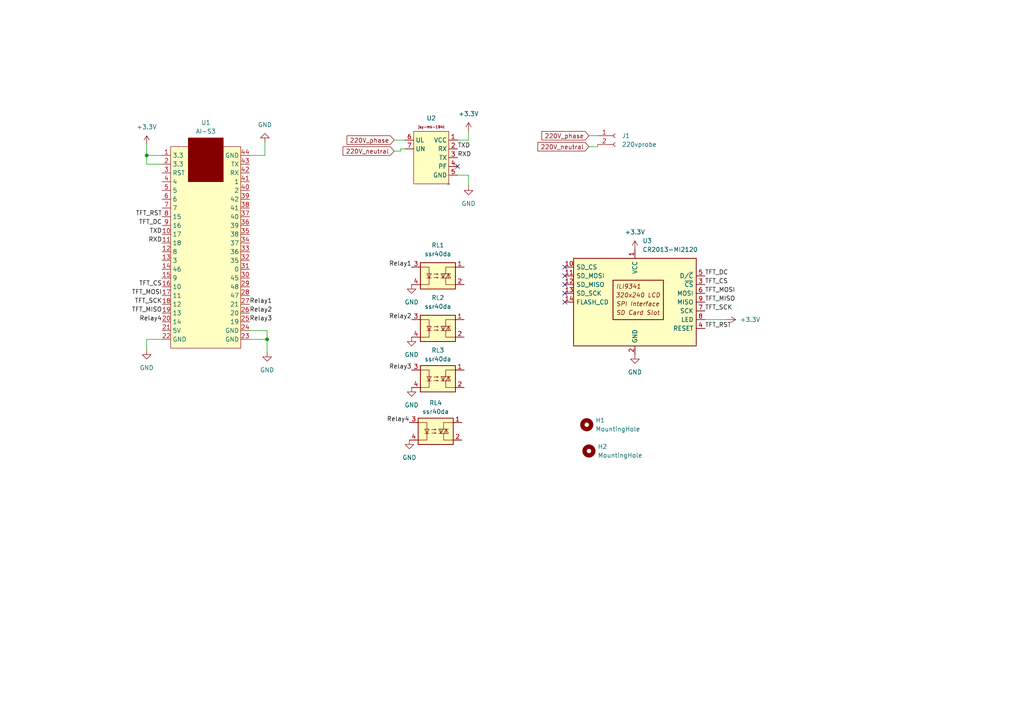
<source format=kicad_sch>
(kicad_sch (version 20230121) (generator eeschema)

  (uuid 36388f1d-99a4-4187-b4e9-973a1c2f8a34)

  (paper "A4")

  (lib_symbols
    (symbol "Connector:Conn_01x02_Socket" (pin_names (offset 1.016) hide) (in_bom yes) (on_board yes)
      (property "Reference" "J" (at 0 2.54 0)
        (effects (font (size 1.27 1.27)))
      )
      (property "Value" "Conn_01x02_Socket" (at 0 -5.08 0)
        (effects (font (size 1.27 1.27)))
      )
      (property "Footprint" "" (at 0 0 0)
        (effects (font (size 1.27 1.27)) hide)
      )
      (property "Datasheet" "~" (at 0 0 0)
        (effects (font (size 1.27 1.27)) hide)
      )
      (property "ki_locked" "" (at 0 0 0)
        (effects (font (size 1.27 1.27)))
      )
      (property "ki_keywords" "connector" (at 0 0 0)
        (effects (font (size 1.27 1.27)) hide)
      )
      (property "ki_description" "Generic connector, single row, 01x02, script generated" (at 0 0 0)
        (effects (font (size 1.27 1.27)) hide)
      )
      (property "ki_fp_filters" "Connector*:*_1x??_*" (at 0 0 0)
        (effects (font (size 1.27 1.27)) hide)
      )
      (symbol "Conn_01x02_Socket_1_1"
        (arc (start 0 -2.032) (mid -0.5058 -2.54) (end 0 -3.048)
          (stroke (width 0.1524) (type default))
          (fill (type none))
        )
        (polyline
          (pts
            (xy -1.27 -2.54)
            (xy -0.508 -2.54)
          )
          (stroke (width 0.1524) (type default))
          (fill (type none))
        )
        (polyline
          (pts
            (xy -1.27 0)
            (xy -0.508 0)
          )
          (stroke (width 0.1524) (type default))
          (fill (type none))
        )
        (arc (start 0 0.508) (mid -0.5058 0) (end 0 -0.508)
          (stroke (width 0.1524) (type default))
          (fill (type none))
        )
        (pin passive line (at -5.08 0 0) (length 3.81)
          (name "Pin_1" (effects (font (size 1.27 1.27))))
          (number "1" (effects (font (size 1.27 1.27))))
        )
        (pin passive line (at -5.08 -2.54 0) (length 3.81)
          (name "Pin_2" (effects (font (size 1.27 1.27))))
          (number "2" (effects (font (size 1.27 1.27))))
        )
      )
    )
    (symbol "Driver_Display:CR2013-MI2120" (pin_names (offset 0.762)) (in_bom yes) (on_board yes)
      (property "Reference" "U" (at -17.526 13.97 0)
        (effects (font (size 1.27 1.27)) (justify left))
      )
      (property "Value" "CR2013-MI2120" (at 1.905 13.97 0)
        (effects (font (size 1.27 1.27)) (justify left))
      )
      (property "Footprint" "Display:CR2013-MI2120" (at 0 -17.78 0)
        (effects (font (size 1.27 1.27)) hide)
      )
      (property "Datasheet" "http://pan.baidu.com/s/11Y990" (at -16.51 12.7 0)
        (effects (font (size 1.27 1.27)) hide)
      )
      (property "ki_keywords" "driver display" (at 0 0 0)
        (effects (font (size 1.27 1.27)) hide)
      )
      (property "ki_description" "ILI9341 controller, SPI TFT LCD Display, 9-pin breakout PCB, 4-pin SD card interface, 5V/3.3V" (at 0 0 0)
        (effects (font (size 1.27 1.27)) hide)
      )
      (property "ki_fp_filters" "*CR2013*MI2120*" (at 0 0 0)
        (effects (font (size 1.27 1.27)) hide)
      )
      (symbol "CR2013-MI2120_0_0"
        (text "320x240 LCD" (at 0.889 2.032 0)
          (effects (font (size 1.27 1.27) italic))
        )
        (text "ILI9341" (at -5.461 4.572 0)
          (effects (font (size 1.27 1.27) italic) (justify left))
        )
        (text "SD Card Slot" (at -5.461 -3.048 0)
          (effects (font (size 1.27 1.27) italic) (justify left))
        )
        (text "SPI Interface" (at -5.461 -0.508 0)
          (effects (font (size 1.27 1.27) italic) (justify left))
        )
      )
      (symbol "CR2013-MI2120_0_1"
        (rectangle (start -17.78 12.7) (end 17.78 -12.7)
          (stroke (width 0.254) (type default))
          (fill (type background))
        )
        (rectangle (start -6.35 6.35) (end 8.255 -5.08)
          (stroke (width 0.254) (type default))
          (fill (type none))
        )
      )
      (symbol "CR2013-MI2120_1_1"
        (pin power_in line (at 0 15.24 270) (length 2.54)
          (name "VCC" (effects (font (size 1.27 1.27))))
          (number "1" (effects (font (size 1.27 1.27))))
        )
        (pin input line (at -20.32 10.16 0) (length 2.54)
          (name "SD_CS" (effects (font (size 1.27 1.27))))
          (number "10" (effects (font (size 1.27 1.27))))
        )
        (pin input line (at -20.32 7.62 0) (length 2.54)
          (name "SD_MOSI" (effects (font (size 1.27 1.27))))
          (number "11" (effects (font (size 1.27 1.27))))
        )
        (pin output line (at -20.32 5.08 0) (length 2.54)
          (name "SD_MISO" (effects (font (size 1.27 1.27))))
          (number "12" (effects (font (size 1.27 1.27))))
        )
        (pin input line (at -20.32 2.54 0) (length 2.54)
          (name "SD_SCK" (effects (font (size 1.27 1.27))))
          (number "13" (effects (font (size 1.27 1.27))))
        )
        (pin input line (at -20.32 0 0) (length 2.54)
          (name "FLASH_CD" (effects (font (size 1.27 1.27))))
          (number "14" (effects (font (size 1.27 1.27))))
        )
        (pin power_in line (at 0 -15.24 90) (length 2.54)
          (name "GND" (effects (font (size 1.27 1.27))))
          (number "2" (effects (font (size 1.27 1.27))))
        )
        (pin input line (at 20.32 5.08 180) (length 2.54)
          (name "~{CS}" (effects (font (size 1.27 1.27))))
          (number "3" (effects (font (size 1.27 1.27))))
        )
        (pin input line (at 20.32 -7.62 180) (length 2.54)
          (name "RESET" (effects (font (size 1.27 1.27))))
          (number "4" (effects (font (size 1.27 1.27))))
        )
        (pin input line (at 20.32 7.62 180) (length 2.54)
          (name "D/~{C}" (effects (font (size 1.27 1.27))))
          (number "5" (effects (font (size 1.27 1.27))))
        )
        (pin input line (at 20.32 2.54 180) (length 2.54)
          (name "MOSI" (effects (font (size 1.27 1.27))))
          (number "6" (effects (font (size 1.27 1.27))))
        )
        (pin input line (at 20.32 -2.54 180) (length 2.54)
          (name "SCK" (effects (font (size 1.27 1.27))))
          (number "7" (effects (font (size 1.27 1.27))))
        )
        (pin input line (at 20.32 -5.08 180) (length 2.54)
          (name "LED" (effects (font (size 1.27 1.27))))
          (number "8" (effects (font (size 1.27 1.27))))
        )
        (pin output line (at 20.32 0 180) (length 2.54)
          (name "MISO" (effects (font (size 1.27 1.27))))
          (number "9" (effects (font (size 1.27 1.27))))
        )
      )
    )
    (symbol "Mechanical:MountingHole" (pin_names (offset 1.016)) (in_bom yes) (on_board yes)
      (property "Reference" "H" (at 0 5.08 0)
        (effects (font (size 1.27 1.27)))
      )
      (property "Value" "MountingHole" (at 0 3.175 0)
        (effects (font (size 1.27 1.27)))
      )
      (property "Footprint" "" (at 0 0 0)
        (effects (font (size 1.27 1.27)) hide)
      )
      (property "Datasheet" "~" (at 0 0 0)
        (effects (font (size 1.27 1.27)) hide)
      )
      (property "ki_keywords" "mounting hole" (at 0 0 0)
        (effects (font (size 1.27 1.27)) hide)
      )
      (property "ki_description" "Mounting Hole without connection" (at 0 0 0)
        (effects (font (size 1.27 1.27)) hide)
      )
      (property "ki_fp_filters" "MountingHole*" (at 0 0 0)
        (effects (font (size 1.27 1.27)) hide)
      )
      (symbol "MountingHole_0_1"
        (circle (center 0 0) (radius 1.27)
          (stroke (width 1.27) (type default))
          (fill (type none))
        )
      )
    )
    (symbol "Relay_SolidState:S212S01" (in_bom yes) (on_board yes)
      (property "Reference" "U" (at -5.08 5.08 0)
        (effects (font (size 1.27 1.27)) (justify left))
      )
      (property "Value" "S212S01" (at 0 5.08 0)
        (effects (font (size 1.27 1.27)) (justify left))
      )
      (property "Footprint" "Package_SIP:SIP4_Sharp-SSR_P7.62mm_Straight" (at -5.08 -5.08 0)
        (effects (font (size 1.27 1.27) italic) (justify left) hide)
      )
      (property "Datasheet" "http://www.sharp-world.com/products/device/lineup/data/pdf/datasheet/s112s01_e.pdf" (at 0 0 0)
        (effects (font (size 1.27 1.27)) (justify left) hide)
      )
      (property "ki_keywords" "Opto-Triac Opto Triac Random Phase Solid State Relays" (at 0 0 0)
        (effects (font (size 1.27 1.27)) hide)
      )
      (property "ki_description" "Random Phase Opto-Triac, Vdrm 600V, Ift 8mA, IT 12A" (at 0 0 0)
        (effects (font (size 1.27 1.27)) hide)
      )
      (property "ki_fp_filters" "SIP4*Sharp*SSR*P7.62mm*" (at 0 0 0)
        (effects (font (size 1.27 1.27)) hide)
      )
      (symbol "S212S01_0_1"
        (rectangle (start -5.08 3.81) (end 5.08 -3.81)
          (stroke (width 0.254) (type default))
          (fill (type background))
        )
        (polyline
          (pts
            (xy -3.175 -0.635)
            (xy -1.905 -0.635)
          )
          (stroke (width 0) (type default))
          (fill (type none))
        )
        (polyline
          (pts
            (xy 1.524 -0.635)
            (xy 1.524 0.635)
          )
          (stroke (width 0) (type default))
          (fill (type none))
        )
        (polyline
          (pts
            (xy 3.048 0.635)
            (xy 3.048 -0.635)
          )
          (stroke (width 0) (type default))
          (fill (type none))
        )
        (polyline
          (pts
            (xy 2.286 -0.635)
            (xy 2.286 -2.54)
            (xy 5.08 -2.54)
          )
          (stroke (width 0) (type default))
          (fill (type none))
        )
        (polyline
          (pts
            (xy 2.286 0.635)
            (xy 2.286 2.54)
            (xy 5.08 2.54)
          )
          (stroke (width 0) (type default))
          (fill (type none))
        )
        (polyline
          (pts
            (xy -5.08 2.54)
            (xy -2.54 2.54)
            (xy -2.54 -2.54)
            (xy -5.08 -2.54)
          )
          (stroke (width 0) (type default))
          (fill (type none))
        )
        (polyline
          (pts
            (xy -2.54 -0.635)
            (xy -3.175 0.635)
            (xy -1.905 0.635)
            (xy -2.54 -0.635)
          )
          (stroke (width 0) (type default))
          (fill (type none))
        )
        (polyline
          (pts
            (xy 0.889 -0.635)
            (xy 3.683 -0.635)
            (xy 3.048 0.635)
            (xy 2.413 -0.635)
          )
          (stroke (width 0) (type default))
          (fill (type none))
        )
        (polyline
          (pts
            (xy 3.683 0.635)
            (xy 0.889 0.635)
            (xy 1.524 -0.635)
            (xy 2.159 0.635)
          )
          (stroke (width 0) (type default))
          (fill (type none))
        )
        (polyline
          (pts
            (xy -1.143 -0.508)
            (xy 0.127 -0.508)
            (xy -0.254 -0.635)
            (xy -0.254 -0.381)
            (xy 0.127 -0.508)
          )
          (stroke (width 0) (type default))
          (fill (type none))
        )
        (polyline
          (pts
            (xy -1.143 0.508)
            (xy 0.127 0.508)
            (xy -0.254 0.381)
            (xy -0.254 0.635)
            (xy 0.127 0.508)
          )
          (stroke (width 0) (type default))
          (fill (type none))
        )
      )
      (symbol "S212S01_1_1"
        (pin passive line (at 7.62 2.54 180) (length 2.54)
          (name "~" (effects (font (size 1.27 1.27))))
          (number "1" (effects (font (size 1.27 1.27))))
        )
        (pin passive line (at 7.62 -2.54 180) (length 2.54)
          (name "~" (effects (font (size 1.27 1.27))))
          (number "2" (effects (font (size 1.27 1.27))))
        )
        (pin passive line (at -7.62 2.54 0) (length 2.54)
          (name "~" (effects (font (size 1.27 1.27))))
          (number "3" (effects (font (size 1.27 1.27))))
        )
        (pin passive line (at -7.62 -2.54 0) (length 2.54)
          (name "~" (effects (font (size 1.27 1.27))))
          (number "4" (effects (font (size 1.27 1.27))))
        )
      )
    )
    (symbol "power:+3.3V" (power) (pin_names (offset 0)) (in_bom yes) (on_board yes)
      (property "Reference" "#PWR" (at 0 -3.81 0)
        (effects (font (size 1.27 1.27)) hide)
      )
      (property "Value" "+3.3V" (at 0 3.556 0)
        (effects (font (size 1.27 1.27)))
      )
      (property "Footprint" "" (at 0 0 0)
        (effects (font (size 1.27 1.27)) hide)
      )
      (property "Datasheet" "" (at 0 0 0)
        (effects (font (size 1.27 1.27)) hide)
      )
      (property "ki_keywords" "global power" (at 0 0 0)
        (effects (font (size 1.27 1.27)) hide)
      )
      (property "ki_description" "Power symbol creates a global label with name \"+3.3V\"" (at 0 0 0)
        (effects (font (size 1.27 1.27)) hide)
      )
      (symbol "+3.3V_0_1"
        (polyline
          (pts
            (xy -0.762 1.27)
            (xy 0 2.54)
          )
          (stroke (width 0) (type default))
          (fill (type none))
        )
        (polyline
          (pts
            (xy 0 0)
            (xy 0 2.54)
          )
          (stroke (width 0) (type default))
          (fill (type none))
        )
        (polyline
          (pts
            (xy 0 2.54)
            (xy 0.762 1.27)
          )
          (stroke (width 0) (type default))
          (fill (type none))
        )
      )
      (symbol "+3.3V_1_1"
        (pin power_in line (at 0 0 90) (length 0) hide
          (name "+3.3V" (effects (font (size 1.27 1.27))))
          (number "1" (effects (font (size 1.27 1.27))))
        )
      )
    )
    (symbol "power:GND" (power) (pin_names (offset 0)) (in_bom yes) (on_board yes)
      (property "Reference" "#PWR" (at 0 -6.35 0)
        (effects (font (size 1.27 1.27)) hide)
      )
      (property "Value" "GND" (at 0 -3.81 0)
        (effects (font (size 1.27 1.27)))
      )
      (property "Footprint" "" (at 0 0 0)
        (effects (font (size 1.27 1.27)) hide)
      )
      (property "Datasheet" "" (at 0 0 0)
        (effects (font (size 1.27 1.27)) hide)
      )
      (property "ki_keywords" "global power" (at 0 0 0)
        (effects (font (size 1.27 1.27)) hide)
      )
      (property "ki_description" "Power symbol creates a global label with name \"GND\" , ground" (at 0 0 0)
        (effects (font (size 1.27 1.27)) hide)
      )
      (symbol "GND_0_1"
        (polyline
          (pts
            (xy 0 0)
            (xy 0 -1.27)
            (xy 1.27 -1.27)
            (xy 0 -2.54)
            (xy -1.27 -1.27)
            (xy 0 -1.27)
          )
          (stroke (width 0) (type default))
          (fill (type none))
        )
      )
      (symbol "GND_1_1"
        (pin power_in line (at 0 0 270) (length 0) hide
          (name "GND" (effects (font (size 1.27 1.27))))
          (number "1" (effects (font (size 1.27 1.27))))
        )
      )
    )
    (symbol "ssr25da:AI-S3" (in_bom yes) (on_board yes)
      (property "Reference" "U1" (at 10.16 68.58 0)
        (effects (font (size 1.27 1.27)))
      )
      (property "Value" "AI-S3" (at 10.16 66.04 0)
        (effects (font (size 1.27 1.27)))
      )
      (property "Footprint" "ai-s3:AI-S3" (at 0 0 0)
        (effects (font (size 1.27 1.27)) hide)
      )
      (property "Datasheet" "" (at 0 0 0)
        (effects (font (size 1.27 1.27)) hide)
      )
      (symbol "AI-S3_0_1"
        (rectangle (start 0 60.96) (end 20.32 2.54)
          (stroke (width 0) (type default))
          (fill (type background))
        )
        (rectangle (start 5.08 60.96) (end 15.24 50.8)
          (stroke (width 0) (type default))
          (fill (type outline))
        )
        (rectangle (start 5.08 60.96) (end 15.24 63.5)
          (stroke (width 0) (type default))
          (fill (type outline))
        )
      )
      (symbol "AI-S3_1_1"
        (pin power_in line (at -2.54 58.42 0) (length 2.54)
          (name "3.3" (effects (font (size 1.27 1.27))))
          (number "1" (effects (font (size 1.27 1.27))))
        )
        (pin bidirectional line (at -2.54 35.56 0) (length 2.54)
          (name "17" (effects (font (size 1.27 1.27))))
          (number "10" (effects (font (size 1.27 1.27))))
        )
        (pin bidirectional line (at -2.54 33.02 0) (length 2.54)
          (name "18" (effects (font (size 1.27 1.27))))
          (number "11" (effects (font (size 1.27 1.27))))
        )
        (pin bidirectional line (at -2.54 30.48 0) (length 2.54)
          (name "8" (effects (font (size 1.27 1.27))))
          (number "12" (effects (font (size 1.27 1.27))))
        )
        (pin bidirectional line (at -2.54 27.94 0) (length 2.54)
          (name "3" (effects (font (size 1.27 1.27))))
          (number "13" (effects (font (size 1.27 1.27))))
        )
        (pin bidirectional line (at -2.54 25.4 0) (length 2.54)
          (name "46" (effects (font (size 1.27 1.27))))
          (number "14" (effects (font (size 1.27 1.27))))
        )
        (pin bidirectional line (at -2.54 22.86 0) (length 2.54)
          (name "9" (effects (font (size 1.27 1.27))))
          (number "15" (effects (font (size 1.27 1.27))))
        )
        (pin bidirectional line (at -2.54 20.32 0) (length 2.54)
          (name "10" (effects (font (size 1.27 1.27))))
          (number "16" (effects (font (size 1.27 1.27))))
        )
        (pin bidirectional line (at -2.54 17.78 0) (length 2.54)
          (name "11" (effects (font (size 1.27 1.27))))
          (number "17" (effects (font (size 1.27 1.27))))
        )
        (pin bidirectional line (at -2.54 15.24 0) (length 2.54)
          (name "12" (effects (font (size 1.27 1.27))))
          (number "18" (effects (font (size 1.27 1.27))))
        )
        (pin bidirectional line (at -2.54 12.7 0) (length 2.54)
          (name "13" (effects (font (size 1.27 1.27))))
          (number "19" (effects (font (size 1.27 1.27))))
        )
        (pin power_in line (at -2.54 55.88 0) (length 2.54)
          (name "3.3" (effects (font (size 1.27 1.27))))
          (number "2" (effects (font (size 1.27 1.27))))
        )
        (pin bidirectional line (at -2.54 10.16 0) (length 2.54)
          (name "14" (effects (font (size 1.27 1.27))))
          (number "20" (effects (font (size 1.27 1.27))))
        )
        (pin power_in line (at -2.54 7.62 0) (length 2.54)
          (name "5V" (effects (font (size 1.27 1.27))))
          (number "21" (effects (font (size 1.27 1.27))))
        )
        (pin power_in line (at -2.54 5.08 0) (length 2.54)
          (name "GND" (effects (font (size 1.27 1.27))))
          (number "22" (effects (font (size 1.27 1.27))))
        )
        (pin power_in line (at 22.86 5.08 180) (length 2.54)
          (name "GND" (effects (font (size 1.27 1.27))))
          (number "23" (effects (font (size 1.27 1.27))))
        )
        (pin power_in line (at 22.86 7.62 180) (length 2.54)
          (name "GND" (effects (font (size 1.27 1.27))))
          (number "24" (effects (font (size 1.27 1.27))))
        )
        (pin bidirectional line (at 22.86 10.16 180) (length 2.54)
          (name "19" (effects (font (size 1.27 1.27))))
          (number "25" (effects (font (size 1.27 1.27))))
        )
        (pin bidirectional line (at 22.86 12.7 180) (length 2.54)
          (name "20" (effects (font (size 1.27 1.27))))
          (number "26" (effects (font (size 1.27 1.27))))
        )
        (pin bidirectional line (at 22.86 15.24 180) (length 2.54)
          (name "21" (effects (font (size 1.27 1.27))))
          (number "27" (effects (font (size 1.27 1.27))))
        )
        (pin bidirectional line (at 22.86 17.78 180) (length 2.54)
          (name "47" (effects (font (size 1.27 1.27))))
          (number "28" (effects (font (size 1.27 1.27))))
        )
        (pin bidirectional line (at 22.86 20.32 180) (length 2.54)
          (name "48" (effects (font (size 1.27 1.27))))
          (number "29" (effects (font (size 1.27 1.27))))
        )
        (pin bidirectional line (at -2.54 53.34 0) (length 2.54)
          (name "RST" (effects (font (size 1.27 1.27))))
          (number "3" (effects (font (size 1.27 1.27))))
        )
        (pin bidirectional line (at 22.86 22.86 180) (length 2.54)
          (name "45" (effects (font (size 1.27 1.27))))
          (number "30" (effects (font (size 1.27 1.27))))
        )
        (pin bidirectional line (at 22.86 25.4 180) (length 2.54)
          (name "0" (effects (font (size 1.27 1.27))))
          (number "31" (effects (font (size 1.27 1.27))))
        )
        (pin bidirectional line (at 22.86 27.94 180) (length 2.54)
          (name "35" (effects (font (size 1.27 1.27))))
          (number "32" (effects (font (size 1.27 1.27))))
        )
        (pin bidirectional line (at 22.86 30.48 180) (length 2.54)
          (name "36" (effects (font (size 1.27 1.27))))
          (number "33" (effects (font (size 1.27 1.27))))
        )
        (pin bidirectional line (at 22.86 33.02 180) (length 2.54)
          (name "37" (effects (font (size 1.27 1.27))))
          (number "34" (effects (font (size 1.27 1.27))))
        )
        (pin bidirectional line (at 22.86 35.56 180) (length 2.54)
          (name "38" (effects (font (size 1.27 1.27))))
          (number "35" (effects (font (size 1.27 1.27))))
        )
        (pin bidirectional line (at 22.86 38.1 180) (length 2.54)
          (name "39" (effects (font (size 1.27 1.27))))
          (number "36" (effects (font (size 1.27 1.27))))
        )
        (pin bidirectional line (at 22.86 40.64 180) (length 2.54)
          (name "40" (effects (font (size 1.27 1.27))))
          (number "37" (effects (font (size 1.27 1.27))))
        )
        (pin bidirectional line (at 22.86 43.18 180) (length 2.54)
          (name "41" (effects (font (size 1.27 1.27))))
          (number "38" (effects (font (size 1.27 1.27))))
        )
        (pin bidirectional line (at 22.86 45.72 180) (length 2.54)
          (name "42" (effects (font (size 1.27 1.27))))
          (number "39" (effects (font (size 1.27 1.27))))
        )
        (pin bidirectional line (at -2.54 50.8 0) (length 2.54)
          (name "4" (effects (font (size 1.27 1.27))))
          (number "4" (effects (font (size 1.27 1.27))))
        )
        (pin bidirectional line (at 22.86 48.26 180) (length 2.54)
          (name "2" (effects (font (size 1.27 1.27))))
          (number "40" (effects (font (size 1.27 1.27))))
        )
        (pin bidirectional line (at 22.86 50.8 180) (length 2.54)
          (name "1" (effects (font (size 1.27 1.27))))
          (number "41" (effects (font (size 1.27 1.27))))
        )
        (pin bidirectional line (at 22.86 53.34 180) (length 2.54)
          (name "RX" (effects (font (size 1.27 1.27))))
          (number "42" (effects (font (size 1.27 1.27))))
        )
        (pin bidirectional line (at 22.86 55.88 180) (length 2.54)
          (name "TX" (effects (font (size 1.27 1.27))))
          (number "43" (effects (font (size 1.27 1.27))))
        )
        (pin power_in line (at 22.86 58.42 180) (length 2.54)
          (name "GND" (effects (font (size 1.27 1.27))))
          (number "44" (effects (font (size 1.27 1.27))))
        )
        (pin bidirectional line (at -2.54 48.26 0) (length 2.54)
          (name "5" (effects (font (size 1.27 1.27))))
          (number "5" (effects (font (size 1.27 1.27))))
        )
        (pin bidirectional line (at -2.54 45.72 0) (length 2.54)
          (name "6" (effects (font (size 1.27 1.27))))
          (number "6" (effects (font (size 1.27 1.27))))
        )
        (pin bidirectional line (at -2.54 43.18 0) (length 2.54)
          (name "7" (effects (font (size 1.27 1.27))))
          (number "7" (effects (font (size 1.27 1.27))))
        )
        (pin bidirectional line (at -2.54 40.64 0) (length 2.54)
          (name "15" (effects (font (size 1.27 1.27))))
          (number "8" (effects (font (size 1.27 1.27))))
        )
        (pin bidirectional line (at -2.54 38.1 0) (length 2.54)
          (name "16" (effects (font (size 1.27 1.27))))
          (number "9" (effects (font (size 1.27 1.27))))
        )
      )
    )
    (symbol "ssr25da:jsy-mk-194t" (in_bom yes) (on_board yes)
      (property "Reference" "U" (at -8.89 -1.27 0)
        (effects (font (size 1.27 1.27)))
      )
      (property "Value" "" (at 0 0 0)
        (effects (font (size 1.27 1.27)))
      )
      (property "Footprint" "" (at 0 0 0)
        (effects (font (size 1.27 1.27)) hide)
      )
      (property "Datasheet" "" (at 0 0 0)
        (effects (font (size 1.27 1.27)) hide)
      )
      (symbol "jsy-mk-194t_1_1"
        (rectangle (start -10.16 15.24) (end 0 0)
          (stroke (width 0) (type default))
          (fill (type background))
        )
        (text "jsy-mk-194t" (at -5.08 16.51 0)
          (effects (font (size 0.75 0.75)))
        )
        (pin power_in line (at 2.54 12.7 180) (length 2.54)
          (name "VCC" (effects (font (size 1.27 1.27))))
          (number "1" (effects (font (size 1.27 1.27))))
        )
        (pin input line (at 2.54 10.16 180) (length 2.54)
          (name "RX" (effects (font (size 1.27 1.27))))
          (number "2" (effects (font (size 1.27 1.27))))
        )
        (pin output line (at 2.54 7.62 180) (length 2.54)
          (name "TX" (effects (font (size 1.27 1.27))))
          (number "3" (effects (font (size 1.27 1.27))))
        )
        (pin bidirectional line (at 2.54 5.08 180) (length 2.54)
          (name "PF" (effects (font (size 1.27 1.27))))
          (number "4" (effects (font (size 1.27 1.27))))
        )
        (pin power_in line (at 2.54 2.54 180) (length 2.54)
          (name "GND" (effects (font (size 1.27 1.27))))
          (number "5" (effects (font (size 1.27 1.27))))
        )
        (pin power_in line (at -12.7 12.7 0) (length 2.54)
          (name "UL" (effects (font (size 1.27 1.27))))
          (number "6" (effects (font (size 1.27 1.27))))
        )
        (pin power_in line (at -12.7 10.16 0) (length 2.54)
          (name "UN" (effects (font (size 1.27 1.27))))
          (number "7" (effects (font (size 1.27 1.27))))
        )
      )
    )
  )

  (junction (at 77.47 98.425) (diameter 0) (color 0 0 0 0)
    (uuid 513ab3fa-98c0-4ffc-96b6-35aa65ddf2a6)
  )
  (junction (at 42.545 45.085) (diameter 0) (color 0 0 0 0)
    (uuid 69450b6c-1cdf-45b5-a059-478685efe0f6)
  )

  (no_connect (at 163.83 85.09) (uuid 08827d9c-8bd4-4e2a-a89e-117bbf0a9f80))
  (no_connect (at 163.83 77.47) (uuid 20d961fa-665c-40eb-9560-85adca2ff92e))
  (no_connect (at 163.83 82.55) (uuid 22be57bd-b504-4794-b549-e17dd4608f27))
  (no_connect (at 132.715 48.26) (uuid 3c4ab69e-2f09-4c51-837a-9b137119b701))
  (no_connect (at 163.83 87.63) (uuid 54680013-c6ed-4bbe-9c80-e5a9e678f4f7))
  (no_connect (at 163.83 80.01) (uuid 95329e83-b0ca-4a84-8b2c-ddd2b90eab43))

  (wire (pts (xy 77.47 98.425) (xy 72.39 98.425))
    (stroke (width 0) (type default))
    (uuid 0235035c-d0a7-4bc7-9d7f-ed30f81c4272)
  )
  (wire (pts (xy 77.47 102.235) (xy 77.47 98.425))
    (stroke (width 0) (type default))
    (uuid 02867d4d-b24e-4866-a1d5-11f97a22e4e0)
  )
  (wire (pts (xy 135.89 40.64) (xy 135.89 38.1))
    (stroke (width 0) (type default))
    (uuid 0b20416a-0115-4cc1-9f4e-415f8815d958)
  )
  (wire (pts (xy 114.3 43.815) (xy 116.205 43.815))
    (stroke (width 0) (type default))
    (uuid 145c5c8b-d455-4924-acbb-95e36dd48492)
  )
  (wire (pts (xy 170.815 39.37) (xy 173.355 39.37))
    (stroke (width 0) (type default))
    (uuid 17211174-d453-4bac-9374-cb90457522f6)
  )
  (wire (pts (xy 77.47 95.885) (xy 77.47 98.425))
    (stroke (width 0) (type default))
    (uuid 1848a20f-6d4c-47ba-aab5-4afa307db3bf)
  )
  (wire (pts (xy 135.89 50.8) (xy 135.89 53.975))
    (stroke (width 0) (type default))
    (uuid 21c4d133-49ed-4dbd-8185-defc483ae51f)
  )
  (wire (pts (xy 42.545 47.625) (xy 42.545 45.085))
    (stroke (width 0) (type default))
    (uuid 23f6cd47-7e1c-4b96-92a9-565fc527d4a5)
  )
  (wire (pts (xy 173.355 42.545) (xy 173.355 41.91))
    (stroke (width 0) (type default))
    (uuid 2b7a7e88-1c1b-4e69-a34b-c4d8b6343745)
  )
  (wire (pts (xy 132.715 40.64) (xy 135.89 40.64))
    (stroke (width 0) (type default))
    (uuid 36225bd5-f3cd-47f1-9e1d-8ad2ee364474)
  )
  (wire (pts (xy 46.99 45.085) (xy 42.545 45.085))
    (stroke (width 0) (type default))
    (uuid 410b8959-b956-474f-a591-495365ccd1a5)
  )
  (wire (pts (xy 114.3 40.64) (xy 117.475 40.64))
    (stroke (width 0) (type default))
    (uuid 447b2359-29f5-43bc-b3d8-cba554804e0c)
  )
  (wire (pts (xy 72.39 95.885) (xy 77.47 95.885))
    (stroke (width 0) (type default))
    (uuid 4c1fb6ec-3261-4217-b64b-2c8b68c524a1)
  )
  (wire (pts (xy 46.99 47.625) (xy 42.545 47.625))
    (stroke (width 0) (type default))
    (uuid 6d018328-95d3-45f6-833c-58a3ade2a886)
  )
  (wire (pts (xy 42.545 98.425) (xy 46.99 98.425))
    (stroke (width 0) (type default))
    (uuid 6f95f42b-7d2c-4f67-82a0-55cefe7b02dd)
  )
  (wire (pts (xy 170.815 42.545) (xy 173.355 42.545))
    (stroke (width 0) (type default))
    (uuid 91276c90-d52a-4dee-868f-08561b61aa5d)
  )
  (wire (pts (xy 76.835 45.085) (xy 76.835 41.275))
    (stroke (width 0) (type default))
    (uuid a4bffbc6-170f-4671-b60f-3c73a81f05ff)
  )
  (wire (pts (xy 42.545 45.085) (xy 42.545 41.91))
    (stroke (width 0) (type default))
    (uuid a84e7afe-8175-4099-add2-6f5a01d07232)
  )
  (wire (pts (xy 72.39 45.085) (xy 76.835 45.085))
    (stroke (width 0) (type default))
    (uuid c2eef4e0-8192-4b8a-b2a5-799f7390e924)
  )
  (wire (pts (xy 42.545 101.6) (xy 42.545 98.425))
    (stroke (width 0) (type default))
    (uuid cbcfeab2-6b08-47f0-9102-2809eeff093b)
  )
  (wire (pts (xy 117.475 43.18) (xy 116.205 43.18))
    (stroke (width 0) (type default))
    (uuid dccb0bd7-6c92-44cf-8bab-93a8b4bae055)
  )
  (wire (pts (xy 116.205 43.18) (xy 116.205 43.815))
    (stroke (width 0) (type default))
    (uuid ea73f1a9-82b2-425b-85e7-23389bfe5688)
  )
  (wire (pts (xy 132.715 50.8) (xy 135.89 50.8))
    (stroke (width 0) (type default))
    (uuid eae123d1-1f7c-447f-a22d-630cf918cada)
  )
  (wire (pts (xy 204.47 92.71) (xy 210.82 92.71))
    (stroke (width 0) (type default))
    (uuid f1a03522-87de-4925-a794-35994bae1eb7)
  )

  (label "TFT_RST" (at 46.99 62.865 180) (fields_autoplaced)
    (effects (font (size 1.27 1.27)) (justify right bottom))
    (uuid 0ca2f220-3279-4d1e-a83c-8c573a0486ea)
  )
  (label "TFT_DC" (at 204.47 80.01 0) (fields_autoplaced)
    (effects (font (size 1.27 1.27)) (justify left bottom))
    (uuid 0d99de36-94aa-482d-b0fc-bfa506eb9733)
  )
  (label "Relay2" (at 72.39 90.805 0) (fields_autoplaced)
    (effects (font (size 1.27 1.27)) (justify left bottom))
    (uuid 140d969c-d5c7-4183-a032-0ab1fc610799)
  )
  (label "Relay1" (at 119.38 77.47 180) (fields_autoplaced)
    (effects (font (size 1.27 1.27)) (justify right bottom))
    (uuid 18968df2-e9b5-434d-bb1b-412e2713646f)
  )
  (label "TFT_MISO" (at 204.47 87.63 0) (fields_autoplaced)
    (effects (font (size 1.27 1.27)) (justify left bottom))
    (uuid 3325454e-751e-4844-82bc-470e09597e9d)
  )
  (label "TFT_DC" (at 46.99 65.405 180) (fields_autoplaced)
    (effects (font (size 1.27 1.27)) (justify right bottom))
    (uuid 40679469-53df-4e8c-88a8-919da24a40b7)
  )
  (label "TFT_RST" (at 204.47 95.25 0) (fields_autoplaced)
    (effects (font (size 1.27 1.27)) (justify left bottom))
    (uuid 477cc1a7-cd2b-4e44-a1f6-c1404bbf5ead)
  )
  (label "TFT_SCK" (at 204.47 90.17 0) (fields_autoplaced)
    (effects (font (size 1.27 1.27)) (justify left bottom))
    (uuid 4fb0d911-4d05-41b4-8a86-662665ae1d77)
  )
  (label "TFT_CS" (at 46.99 83.185 180) (fields_autoplaced)
    (effects (font (size 1.27 1.27)) (justify right bottom))
    (uuid 53b36506-de67-4f2b-b4ed-69e26cfb0937)
  )
  (label "RXD" (at 132.715 45.72 0) (fields_autoplaced)
    (effects (font (size 1.27 1.27)) (justify left bottom))
    (uuid 577ad844-d94f-4dbd-9d8d-a37634e7490c)
  )
  (label "Relay3" (at 119.38 107.315 180) (fields_autoplaced)
    (effects (font (size 1.27 1.27)) (justify right bottom))
    (uuid 6005ec6b-f6ef-40fd-b998-a4de2430f278)
  )
  (label "TXD" (at 46.99 67.945 180) (fields_autoplaced)
    (effects (font (size 1.27 1.27)) (justify right bottom))
    (uuid 63f02008-e203-454a-96cd-6a87fdf3caf8)
  )
  (label "TFT_MOSI" (at 204.47 85.09 0) (fields_autoplaced)
    (effects (font (size 1.27 1.27)) (justify left bottom))
    (uuid 6563aec6-4f48-41ec-a16b-2b4f06f1cb28)
  )
  (label "Relay2" (at 119.38 92.71 180) (fields_autoplaced)
    (effects (font (size 1.27 1.27)) (justify right bottom))
    (uuid 7e6b3786-7210-4150-aabc-c9881c892c39)
  )
  (label "Relay4" (at 46.99 93.345 180) (fields_autoplaced)
    (effects (font (size 1.27 1.27)) (justify right bottom))
    (uuid 89537a19-d820-4b52-bc4c-f6f685e21b68)
  )
  (label "RXD" (at 46.99 70.485 180) (fields_autoplaced)
    (effects (font (size 1.27 1.27)) (justify right bottom))
    (uuid 89b9ec77-3f10-4f39-a4ac-7cb0c7e9ff24)
  )
  (label "TFT_MOSI" (at 46.99 85.725 180) (fields_autoplaced)
    (effects (font (size 1.27 1.27)) (justify right bottom))
    (uuid 8b280803-b4bd-4e6c-bf54-bb21148a62dc)
  )
  (label "TXD" (at 132.715 43.18 0) (fields_autoplaced)
    (effects (font (size 1.27 1.27)) (justify left bottom))
    (uuid abefdfaf-4f47-4add-8a8a-805cc7e98915)
  )
  (label "Relay4" (at 118.745 122.555 180) (fields_autoplaced)
    (effects (font (size 1.27 1.27)) (justify right bottom))
    (uuid b0b3255c-7a7c-4185-b2b9-d981bd91ad95)
  )
  (label "Relay3" (at 72.39 93.345 0) (fields_autoplaced)
    (effects (font (size 1.27 1.27)) (justify left bottom))
    (uuid b7fe9417-f474-426c-985e-00d7f12d3716)
  )
  (label "Relay1" (at 72.39 88.265 0) (fields_autoplaced)
    (effects (font (size 1.27 1.27)) (justify left bottom))
    (uuid b956242a-c541-4013-8972-dcc9a17bb9cd)
  )
  (label "TFT_CS" (at 204.47 82.55 0) (fields_autoplaced)
    (effects (font (size 1.27 1.27)) (justify left bottom))
    (uuid cbfa04ca-a622-438c-8352-7e0f2979ab24)
  )
  (label "TFT_SCK" (at 46.99 88.265 180) (fields_autoplaced)
    (effects (font (size 1.27 1.27)) (justify right bottom))
    (uuid df28b798-b8a2-471e-a4c9-d99f68aafb31)
  )
  (label "TFT_MISO" (at 46.99 90.805 180) (fields_autoplaced)
    (effects (font (size 1.27 1.27)) (justify right bottom))
    (uuid eca99241-be34-4dbf-a9b1-67cc01f5461f)
  )

  (global_label "220V_neutral" (shape input) (at 170.815 42.545 180) (fields_autoplaced)
    (effects (font (size 1.27 1.27)) (justify right))
    (uuid 1d8ce62f-5349-4e13-b27d-491937467bbc)
    (property "Intersheetrefs" "${INTERSHEET_REFS}" (at 155.4324 42.545 0)
      (effects (font (size 1.27 1.27)) (justify right) hide)
    )
  )
  (global_label "220V_phase" (shape input) (at 114.3 40.64 180) (fields_autoplaced)
    (effects (font (size 1.27 1.27)) (justify right))
    (uuid 275fa53a-1ae2-4fc8-aa08-1a786019c99e)
    (property "Intersheetrefs" "${INTERSHEET_REFS}" (at 100.0664 40.64 0)
      (effects (font (size 1.27 1.27)) (justify right) hide)
    )
  )
  (global_label "220V_phase" (shape input) (at 170.815 39.37 180) (fields_autoplaced)
    (effects (font (size 1.27 1.27)) (justify right))
    (uuid e4147284-cd09-4e7d-951c-032a7c7f2afb)
    (property "Intersheetrefs" "${INTERSHEET_REFS}" (at 156.5814 39.37 0)
      (effects (font (size 1.27 1.27)) (justify right) hide)
    )
  )
  (global_label "220V_neutral" (shape input) (at 114.3 43.815 180) (fields_autoplaced)
    (effects (font (size 1.27 1.27)) (justify right))
    (uuid ed6a0ecb-aa4a-48d6-a2a3-cc0d2960ca40)
    (property "Intersheetrefs" "${INTERSHEET_REFS}" (at 98.9174 43.815 0)
      (effects (font (size 1.27 1.27)) (justify right) hide)
    )
  )

  (symbol (lib_id "Connector:Conn_01x02_Socket") (at 178.435 39.37 0) (unit 1)
    (in_bom yes) (on_board yes) (dnp no) (fields_autoplaced)
    (uuid 0d61be42-dc34-4826-adc7-2207c514fdb0)
    (property "Reference" "J1" (at 180.34 39.37 0)
      (effects (font (size 1.27 1.27)) (justify left))
    )
    (property "Value" "220vprobe" (at 180.34 41.91 0)
      (effects (font (size 1.27 1.27)) (justify left))
    )
    (property "Footprint" "ssr25routeur:220VCNX" (at 178.435 39.37 0)
      (effects (font (size 1.27 1.27)) hide)
    )
    (property "Datasheet" "~" (at 178.435 39.37 0)
      (effects (font (size 1.27 1.27)) hide)
    )
    (pin "1" (uuid ce9a3d8b-84f5-4bea-a391-6534d55501e5))
    (pin "2" (uuid d7aacfa4-fd12-4e33-ba74-6ae251ed8b45))
    (instances
      (project "ssr25router"
        (path "/36388f1d-99a4-4187-b4e9-973a1c2f8a34"
          (reference "J1") (unit 1)
        )
      )
    )
  )

  (symbol (lib_id "Relay_SolidState:S212S01") (at 126.365 125.095 0) (unit 1)
    (in_bom yes) (on_board yes) (dnp no) (fields_autoplaced)
    (uuid 14ef5c43-d2e9-4972-a38c-5a28602bdda2)
    (property "Reference" "RL4" (at 126.365 116.84 0)
      (effects (font (size 1.27 1.27)))
    )
    (property "Value" "ssr40da" (at 126.365 119.38 0)
      (effects (font (size 1.27 1.27)))
    )
    (property "Footprint" "ssr25routeur:SSR40DA" (at 121.285 130.175 0)
      (effects (font (size 1.27 1.27) italic) (justify left) hide)
    )
    (property "Datasheet" "http://www.sharp-world.com/products/device/lineup/data/pdf/datasheet/s112s01_e.pdf" (at 126.365 125.095 0)
      (effects (font (size 1.27 1.27)) (justify left) hide)
    )
    (pin "1" (uuid d7966223-49f4-481e-be2b-cbed328b2022))
    (pin "2" (uuid 3e0adfd7-cc82-4d7b-a872-31e150c334cd))
    (pin "3" (uuid 4a690ad5-82d8-4b01-8e50-d34be1f7c406))
    (pin "4" (uuid 2d9737e8-ee94-45df-8d88-880648804fd2))
    (instances
      (project "ssr25router"
        (path "/36388f1d-99a4-4187-b4e9-973a1c2f8a34"
          (reference "RL4") (unit 1)
        )
      )
    )
  )

  (symbol (lib_id "power:GND") (at 135.89 53.975 0) (unit 1)
    (in_bom yes) (on_board yes) (dnp no) (fields_autoplaced)
    (uuid 19e5b14c-222c-4dba-95bf-0173b0c6b2e1)
    (property "Reference" "#PWR04" (at 135.89 60.325 0)
      (effects (font (size 1.27 1.27)) hide)
    )
    (property "Value" "GND" (at 135.89 59.055 0)
      (effects (font (size 1.27 1.27)))
    )
    (property "Footprint" "" (at 135.89 53.975 0)
      (effects (font (size 1.27 1.27)) hide)
    )
    (property "Datasheet" "" (at 135.89 53.975 0)
      (effects (font (size 1.27 1.27)) hide)
    )
    (pin "1" (uuid 1d945cf8-caf0-46b0-9fee-08436038cd69))
    (instances
      (project "ssr25router"
        (path "/36388f1d-99a4-4187-b4e9-973a1c2f8a34"
          (reference "#PWR04") (unit 1)
        )
      )
    )
  )

  (symbol (lib_id "power:+3.3V") (at 210.82 92.71 270) (unit 1)
    (in_bom yes) (on_board yes) (dnp no) (fields_autoplaced)
    (uuid 1b531764-7634-4a1f-9e12-59fd9332885b)
    (property "Reference" "#PWR013" (at 207.01 92.71 0)
      (effects (font (size 1.27 1.27)) hide)
    )
    (property "Value" "+3.3V" (at 214.63 92.71 90)
      (effects (font (size 1.27 1.27)) (justify left))
    )
    (property "Footprint" "" (at 210.82 92.71 0)
      (effects (font (size 1.27 1.27)) hide)
    )
    (property "Datasheet" "" (at 210.82 92.71 0)
      (effects (font (size 1.27 1.27)) hide)
    )
    (pin "1" (uuid 6f8ddcdd-6ef5-4a19-b31c-9e3a1599aa7e))
    (instances
      (project "ssr25router"
        (path "/36388f1d-99a4-4187-b4e9-973a1c2f8a34"
          (reference "#PWR013") (unit 1)
        )
      )
    )
  )

  (symbol (lib_id "power:GND") (at 119.38 112.395 0) (unit 1)
    (in_bom yes) (on_board yes) (dnp no) (fields_autoplaced)
    (uuid 22000463-9f85-4703-b1d3-6b29ae9b9dbe)
    (property "Reference" "#PWR08" (at 119.38 118.745 0)
      (effects (font (size 1.27 1.27)) hide)
    )
    (property "Value" "GND" (at 119.38 117.475 0)
      (effects (font (size 1.27 1.27)))
    )
    (property "Footprint" "" (at 119.38 112.395 0)
      (effects (font (size 1.27 1.27)) hide)
    )
    (property "Datasheet" "" (at 119.38 112.395 0)
      (effects (font (size 1.27 1.27)) hide)
    )
    (pin "1" (uuid ed6bebb8-c67a-47e5-a65c-581c6a33a2c6))
    (instances
      (project "ssr25router"
        (path "/36388f1d-99a4-4187-b4e9-973a1c2f8a34"
          (reference "#PWR08") (unit 1)
        )
      )
    )
  )

  (symbol (lib_id "Relay_SolidState:S212S01") (at 127 80.01 0) (unit 1)
    (in_bom yes) (on_board yes) (dnp no) (fields_autoplaced)
    (uuid 253c9e90-fcd0-4d61-b1f1-1ecd244ee40e)
    (property "Reference" "RL1" (at 127 71.12 0)
      (effects (font (size 1.27 1.27)))
    )
    (property "Value" "ssr40da" (at 127 73.66 0)
      (effects (font (size 1.27 1.27)))
    )
    (property "Footprint" "ssr25routeur:SSR40DA" (at 121.92 85.09 0)
      (effects (font (size 1.27 1.27) italic) (justify left) hide)
    )
    (property "Datasheet" "http://www.sharp-world.com/products/device/lineup/data/pdf/datasheet/s112s01_e.pdf" (at 127 80.01 0)
      (effects (font (size 1.27 1.27)) (justify left) hide)
    )
    (pin "1" (uuid a506538d-17a6-40bf-b83e-5fbdef7bb2eb))
    (pin "2" (uuid 646151ac-4f94-407f-ae93-819b17c6e4bd))
    (pin "3" (uuid ff56b8f1-ce90-4fd8-b0fb-3e9ac908ac66))
    (pin "4" (uuid c73c5a70-2f45-45c4-9d31-99576b591cf9))
    (instances
      (project "ssr25router"
        (path "/36388f1d-99a4-4187-b4e9-973a1c2f8a34"
          (reference "RL1") (unit 1)
        )
      )
    )
  )

  (symbol (lib_id "power:GND") (at 118.745 127.635 0) (unit 1)
    (in_bom yes) (on_board yes) (dnp no) (fields_autoplaced)
    (uuid 3adfb649-f423-418b-8849-ff1f08bffa5c)
    (property "Reference" "#PWR07" (at 118.745 133.985 0)
      (effects (font (size 1.27 1.27)) hide)
    )
    (property "Value" "GND" (at 118.745 132.715 0)
      (effects (font (size 1.27 1.27)))
    )
    (property "Footprint" "" (at 118.745 127.635 0)
      (effects (font (size 1.27 1.27)) hide)
    )
    (property "Datasheet" "" (at 118.745 127.635 0)
      (effects (font (size 1.27 1.27)) hide)
    )
    (pin "1" (uuid 45b63e3c-006e-43b9-b78b-5a709ab1793c))
    (instances
      (project "ssr25router"
        (path "/36388f1d-99a4-4187-b4e9-973a1c2f8a34"
          (reference "#PWR07") (unit 1)
        )
      )
    )
  )

  (symbol (lib_id "Driver_Display:CR2013-MI2120") (at 184.15 87.63 0) (unit 1)
    (in_bom yes) (on_board yes) (dnp no) (fields_autoplaced)
    (uuid 5110ec68-f553-4ba7-8580-0576c797da8c)
    (property "Reference" "U3" (at 186.3441 69.85 0)
      (effects (font (size 1.27 1.27)) (justify left))
    )
    (property "Value" "CR2013-MI2120" (at 186.3441 72.39 0)
      (effects (font (size 1.27 1.27)) (justify left))
    )
    (property "Footprint" "Display:CR2013-MI2120" (at 184.15 105.41 0)
      (effects (font (size 1.27 1.27)) hide)
    )
    (property "Datasheet" "http://pan.baidu.com/s/11Y990" (at 167.64 74.93 0)
      (effects (font (size 1.27 1.27)) hide)
    )
    (pin "1" (uuid a5d95658-de46-4525-8c8d-a83ed5b054d2))
    (pin "10" (uuid 5e228537-4d19-4df0-9e1e-a009cbdac842))
    (pin "11" (uuid c1a220cf-049f-4797-bf40-c51b0d92e0a2))
    (pin "12" (uuid 0908e103-0723-4b4b-956d-ebc1ed1a10b4))
    (pin "13" (uuid d436ddbb-95d3-4ac9-bd7b-d1552b1c145c))
    (pin "14" (uuid e36e2952-ac7f-48c7-b255-4928a2f2c3f8))
    (pin "2" (uuid 5e398582-e4e7-45b9-9c75-127a80815637))
    (pin "3" (uuid 138296f7-ab93-42ec-b1ee-167519650d0b))
    (pin "4" (uuid e58e43f4-7683-4111-89f7-39af1923a47b))
    (pin "5" (uuid c73160a9-f2b8-48b3-b18a-844029deef0d))
    (pin "6" (uuid 9c61e4ab-16b6-484f-b1e4-600dc2786b43))
    (pin "7" (uuid fb2f83a1-7f0c-4510-b412-8bc15f210785))
    (pin "8" (uuid ec1a73e5-468a-4152-8131-76afd2b6e505))
    (pin "9" (uuid 0b2f73c1-d01f-47c8-8451-22ee93ca343e))
    (instances
      (project "ssr25router"
        (path "/36388f1d-99a4-4187-b4e9-973a1c2f8a34"
          (reference "U3") (unit 1)
        )
      )
    )
  )

  (symbol (lib_id "ssr25da:jsy-mk-194t") (at 130.175 53.34 0) (unit 1)
    (in_bom yes) (on_board yes) (dnp no) (fields_autoplaced)
    (uuid 594753f4-7957-4200-b864-1698d60c4944)
    (property "Reference" "U2" (at 125.095 34.29 0)
      (effects (font (size 1.27 1.27)))
    )
    (property "Value" "~" (at 130.175 53.34 0)
      (effects (font (size 1.27 1.27)))
    )
    (property "Footprint" "ssr25routeur:JSY-mk-194tpcb" (at 130.175 53.34 0)
      (effects (font (size 1.27 1.27)) hide)
    )
    (property "Datasheet" "" (at 130.175 53.34 0)
      (effects (font (size 1.27 1.27)) hide)
    )
    (pin "1" (uuid 96eceec8-b0db-4725-99ed-241dced43971))
    (pin "2" (uuid d61f871b-0f3a-4b07-81e6-7bbb6d93eaed))
    (pin "3" (uuid 7acb4455-67a1-4168-b5aa-011aaae07bdc))
    (pin "4" (uuid efb9077c-9bfd-4067-adbe-362cbdc740ea))
    (pin "5" (uuid 2615350c-0933-4777-811d-e5d5c6a91d12))
    (pin "6" (uuid ffe9b910-2447-440b-879a-8680bc8db5a7))
    (pin "7" (uuid 727dc854-7c2c-47cd-b698-6b21c76423cb))
    (instances
      (project "ssr25router"
        (path "/36388f1d-99a4-4187-b4e9-973a1c2f8a34"
          (reference "U2") (unit 1)
        )
      )
    )
  )

  (symbol (lib_id "Mechanical:MountingHole") (at 170.18 123.19 0) (unit 1)
    (in_bom yes) (on_board yes) (dnp no) (fields_autoplaced)
    (uuid 5d20c931-3bf4-4080-90dc-1d247f4014f7)
    (property "Reference" "H1" (at 172.72 121.92 0)
      (effects (font (size 1.27 1.27)) (justify left))
    )
    (property "Value" "MountingHole" (at 172.72 124.46 0)
      (effects (font (size 1.27 1.27)) (justify left))
    )
    (property "Footprint" "MountingHole:MountingHole_2.5mm_Pad_Via" (at 170.18 123.19 0)
      (effects (font (size 1.27 1.27)) hide)
    )
    (property "Datasheet" "~" (at 170.18 123.19 0)
      (effects (font (size 1.27 1.27)) hide)
    )
    (instances
      (project "ssr25router"
        (path "/36388f1d-99a4-4187-b4e9-973a1c2f8a34"
          (reference "H1") (unit 1)
        )
      )
    )
  )

  (symbol (lib_id "Mechanical:MountingHole") (at 170.815 130.81 0) (unit 1)
    (in_bom yes) (on_board yes) (dnp no) (fields_autoplaced)
    (uuid 6c2d5d45-44b4-4138-b884-6f66a54400ed)
    (property "Reference" "H2" (at 173.355 129.54 0)
      (effects (font (size 1.27 1.27)) (justify left))
    )
    (property "Value" "MountingHole" (at 173.355 132.08 0)
      (effects (font (size 1.27 1.27)) (justify left))
    )
    (property "Footprint" "MountingHole:MountingHole_2.5mm_Pad_Via" (at 170.815 130.81 0)
      (effects (font (size 1.27 1.27)) hide)
    )
    (property "Datasheet" "~" (at 170.815 130.81 0)
      (effects (font (size 1.27 1.27)) hide)
    )
    (instances
      (project "ssr25router"
        (path "/36388f1d-99a4-4187-b4e9-973a1c2f8a34"
          (reference "H2") (unit 1)
        )
      )
    )
  )

  (symbol (lib_id "Relay_SolidState:S212S01") (at 127 95.25 0) (unit 1)
    (in_bom yes) (on_board yes) (dnp no) (fields_autoplaced)
    (uuid 818312ff-44d3-4b74-98bd-a227fdabc0f2)
    (property "Reference" "RL2" (at 127 86.36 0)
      (effects (font (size 1.27 1.27)))
    )
    (property "Value" "ssr40da" (at 127 88.9 0)
      (effects (font (size 1.27 1.27)))
    )
    (property "Footprint" "ssr25routeur:SSR40DA" (at 121.92 100.33 0)
      (effects (font (size 1.27 1.27) italic) (justify left) hide)
    )
    (property "Datasheet" "http://www.sharp-world.com/products/device/lineup/data/pdf/datasheet/s112s01_e.pdf" (at 127 95.25 0)
      (effects (font (size 1.27 1.27)) (justify left) hide)
    )
    (pin "1" (uuid 620fa147-e233-4ac6-b35f-58f1cb7814fe))
    (pin "2" (uuid 3521cf36-f64b-4424-94b8-b2a1c6653ab0))
    (pin "3" (uuid d6532bec-9088-4891-9f7e-7157d32a28c3))
    (pin "4" (uuid 03f49e50-60d0-4879-b4ea-9779507a0efb))
    (instances
      (project "ssr25router"
        (path "/36388f1d-99a4-4187-b4e9-973a1c2f8a34"
          (reference "RL2") (unit 1)
        )
      )
    )
  )

  (symbol (lib_id "power:GND") (at 184.15 102.87 0) (unit 1)
    (in_bom yes) (on_board yes) (dnp no) (fields_autoplaced)
    (uuid 9b09a815-14e3-49f0-8fff-2b1bb74b7b33)
    (property "Reference" "#PWR011" (at 184.15 109.22 0)
      (effects (font (size 1.27 1.27)) hide)
    )
    (property "Value" "GND" (at 184.15 107.95 0)
      (effects (font (size 1.27 1.27)))
    )
    (property "Footprint" "" (at 184.15 102.87 0)
      (effects (font (size 1.27 1.27)) hide)
    )
    (property "Datasheet" "" (at 184.15 102.87 0)
      (effects (font (size 1.27 1.27)) hide)
    )
    (pin "1" (uuid f90dc8eb-97a8-425a-ace4-e145129cb0e6))
    (instances
      (project "ssr25router"
        (path "/36388f1d-99a4-4187-b4e9-973a1c2f8a34"
          (reference "#PWR011") (unit 1)
        )
      )
    )
  )

  (symbol (lib_id "power:GND") (at 119.38 82.55 0) (unit 1)
    (in_bom yes) (on_board yes) (dnp no) (fields_autoplaced)
    (uuid 9e91d5f1-7502-46e3-9049-1e44338a0ce9)
    (property "Reference" "#PWR010" (at 119.38 88.9 0)
      (effects (font (size 1.27 1.27)) hide)
    )
    (property "Value" "GND" (at 119.38 87.63 0)
      (effects (font (size 1.27 1.27)))
    )
    (property "Footprint" "" (at 119.38 82.55 0)
      (effects (font (size 1.27 1.27)) hide)
    )
    (property "Datasheet" "" (at 119.38 82.55 0)
      (effects (font (size 1.27 1.27)) hide)
    )
    (pin "1" (uuid 974353bb-eabd-4dd3-bf69-9ae4fab74059))
    (instances
      (project "ssr25router"
        (path "/36388f1d-99a4-4187-b4e9-973a1c2f8a34"
          (reference "#PWR010") (unit 1)
        )
      )
    )
  )

  (symbol (lib_id "ssr25da:AI-S3") (at 49.53 103.505 0) (unit 1)
    (in_bom yes) (on_board yes) (dnp no) (fields_autoplaced)
    (uuid a2ee0bf1-39d4-4601-932c-2d50f339af62)
    (property "Reference" "U1" (at 59.69 35.56 0)
      (effects (font (size 1.27 1.27)))
    )
    (property "Value" "AI-S3" (at 59.69 38.1 0)
      (effects (font (size 1.27 1.27)))
    )
    (property "Footprint" "ssr25routeur:AI-S3" (at 49.53 103.505 0)
      (effects (font (size 1.27 1.27)) hide)
    )
    (property "Datasheet" "" (at 49.53 103.505 0)
      (effects (font (size 1.27 1.27)) hide)
    )
    (pin "1" (uuid b5efc030-ba69-483b-904b-2c0725497656))
    (pin "10" (uuid 917617a6-bf36-4613-a7e5-a39ca4180269))
    (pin "11" (uuid 73d5afb4-349c-40f5-95e4-826503e4389b))
    (pin "12" (uuid 73130c67-f75c-4298-a25f-97220ce1617c))
    (pin "13" (uuid d0806581-8655-4d78-bf2a-c4e49dbaf2a3))
    (pin "14" (uuid 8ff69579-c538-4cb2-918d-2a4e26b8ceca))
    (pin "15" (uuid 19ca2bb9-876c-422e-b6b0-78b752be854d))
    (pin "16" (uuid 30f1cff4-3ee8-48f7-a271-0c6e0a5274a0))
    (pin "17" (uuid e5bc8c7a-afa5-4574-827b-0a97baf7d86e))
    (pin "18" (uuid be4a2fd6-5351-4862-9985-923323ae8e1b))
    (pin "19" (uuid 32daab66-d865-47fc-afd0-041eed67faf5))
    (pin "2" (uuid c7b1a93d-6fe6-4465-90c7-ae756d472682))
    (pin "20" (uuid cd7f5839-75bc-4e9e-a750-d862f21ba63b))
    (pin "21" (uuid 484bc0c6-71bf-4dcb-b95d-0dbe20549b21))
    (pin "22" (uuid 4c68c14b-0ba6-4a84-ae59-d78acc53f92d))
    (pin "23" (uuid 52781113-b18d-499f-a1e7-9ceb6d04e87a))
    (pin "24" (uuid 07400872-bedf-433b-b607-7354b0ae6fc7))
    (pin "25" (uuid f322512c-bac0-4124-a274-09365dbadf5d))
    (pin "26" (uuid 288ca85d-3f46-452d-8879-b91be4071b74))
    (pin "27" (uuid e12da1d6-df6e-4eb3-b6dc-ea91c2f20c32))
    (pin "28" (uuid 28972467-77d4-48cc-a034-807a36cdd9be))
    (pin "29" (uuid 6b31ab2c-c897-4035-adce-fbb0614c36c7))
    (pin "3" (uuid db890c23-4cf6-49b9-a550-21a8eca8f8f6))
    (pin "30" (uuid 560ac856-c81e-494f-88ff-9a57f12e12b1))
    (pin "31" (uuid d40415f8-e963-41e6-9117-0ebc8c0ce3e3))
    (pin "32" (uuid 72127fed-ad4c-4672-9c79-9f09c5f97054))
    (pin "33" (uuid 42189a45-a858-4c5d-b75b-70d52e63ce7d))
    (pin "34" (uuid cb040d57-1192-4970-9154-580893ac95f7))
    (pin "35" (uuid 20f12444-8a09-4cd3-a76b-4c0b7685e248))
    (pin "36" (uuid 802f0466-26b4-4973-b752-ee6449af4338))
    (pin "37" (uuid 9bb137fa-285a-440f-9748-58fda51e6886))
    (pin "38" (uuid c1379e75-290c-4c51-a43c-acc5dc4539fd))
    (pin "39" (uuid 7dfb4f05-fc95-4161-ba99-d33a8c163eba))
    (pin "4" (uuid df33993b-51e9-464c-9f4c-a3ee05fa5569))
    (pin "40" (uuid 8a18711e-844c-4e85-bf30-df0faf77ba44))
    (pin "41" (uuid 534dc817-0bf7-47f8-a52e-f82f3e54a0a0))
    (pin "42" (uuid 061e7866-6539-4980-9620-942f923b77de))
    (pin "43" (uuid c3b6ced8-8726-4fd0-a21f-0647113cb32a))
    (pin "44" (uuid 414f307a-d607-4451-aeda-d302532aff04))
    (pin "5" (uuid 82fc46be-eaee-48b0-8132-53afcbe83265))
    (pin "6" (uuid bc584129-edf0-40c4-8085-666bc8016e0d))
    (pin "7" (uuid cc811bff-9fa8-4c67-b7a4-2bd8757238b1))
    (pin "8" (uuid 55c8c000-d5a0-43b5-be78-d356ced4c845))
    (pin "9" (uuid f473d383-25a1-4b37-8431-6dd8981bd9f1))
    (instances
      (project "ssr25router"
        (path "/36388f1d-99a4-4187-b4e9-973a1c2f8a34"
          (reference "U1") (unit 1)
        )
      )
    )
  )

  (symbol (lib_id "power:+3.3V") (at 42.545 41.91 0) (unit 1)
    (in_bom yes) (on_board yes) (dnp no) (fields_autoplaced)
    (uuid b4e7f938-4298-480d-b1e3-5b0a2771a35e)
    (property "Reference" "#PWR05" (at 42.545 45.72 0)
      (effects (font (size 1.27 1.27)) hide)
    )
    (property "Value" "+3.3V" (at 42.545 36.83 0)
      (effects (font (size 1.27 1.27)))
    )
    (property "Footprint" "" (at 42.545 41.91 0)
      (effects (font (size 1.27 1.27)) hide)
    )
    (property "Datasheet" "" (at 42.545 41.91 0)
      (effects (font (size 1.27 1.27)) hide)
    )
    (pin "1" (uuid 3d325d3d-79ee-4a26-8fdd-1c07fd41b672))
    (instances
      (project "ssr25router"
        (path "/36388f1d-99a4-4187-b4e9-973a1c2f8a34"
          (reference "#PWR05") (unit 1)
        )
      )
    )
  )

  (symbol (lib_id "power:GND") (at 119.38 97.79 0) (unit 1)
    (in_bom yes) (on_board yes) (dnp no) (fields_autoplaced)
    (uuid c01863c0-2291-4941-9f19-4dc1757fb05e)
    (property "Reference" "#PWR09" (at 119.38 104.14 0)
      (effects (font (size 1.27 1.27)) hide)
    )
    (property "Value" "GND" (at 119.38 102.87 0)
      (effects (font (size 1.27 1.27)))
    )
    (property "Footprint" "" (at 119.38 97.79 0)
      (effects (font (size 1.27 1.27)) hide)
    )
    (property "Datasheet" "" (at 119.38 97.79 0)
      (effects (font (size 1.27 1.27)) hide)
    )
    (pin "1" (uuid 38f7c09c-894d-4749-afa7-a7dc257e9635))
    (instances
      (project "ssr25router"
        (path "/36388f1d-99a4-4187-b4e9-973a1c2f8a34"
          (reference "#PWR09") (unit 1)
        )
      )
    )
  )

  (symbol (lib_id "Relay_SolidState:S212S01") (at 127 109.855 0) (unit 1)
    (in_bom yes) (on_board yes) (dnp no) (fields_autoplaced)
    (uuid c4892ca5-6df0-4261-90aa-233d253dd45f)
    (property "Reference" "RL3" (at 127 101.6 0)
      (effects (font (size 1.27 1.27)))
    )
    (property "Value" "ssr40da" (at 127 104.14 0)
      (effects (font (size 1.27 1.27)))
    )
    (property "Footprint" "ssr25routeur:SSR40DA" (at 121.92 114.935 0)
      (effects (font (size 1.27 1.27) italic) (justify left) hide)
    )
    (property "Datasheet" "http://www.sharp-world.com/products/device/lineup/data/pdf/datasheet/s112s01_e.pdf" (at 127 109.855 0)
      (effects (font (size 1.27 1.27)) (justify left) hide)
    )
    (pin "1" (uuid 51b08e92-908d-4256-afa1-7effbdd29eb7))
    (pin "2" (uuid 6a7149c7-2eb2-42b2-901a-b2540034c791))
    (pin "3" (uuid f71596d5-e0ad-4373-af9c-c0039cfcfdee))
    (pin "4" (uuid b2de1080-2d99-4a52-a690-4bdbc46b8ab2))
    (instances
      (project "ssr25router"
        (path "/36388f1d-99a4-4187-b4e9-973a1c2f8a34"
          (reference "RL3") (unit 1)
        )
      )
    )
  )

  (symbol (lib_id "power:+3.3V") (at 184.15 72.39 0) (unit 1)
    (in_bom yes) (on_board yes) (dnp no) (fields_autoplaced)
    (uuid d1e6571c-42b6-48c9-ba7a-7f191ed377b8)
    (property "Reference" "#PWR012" (at 184.15 76.2 0)
      (effects (font (size 1.27 1.27)) hide)
    )
    (property "Value" "+3.3V" (at 184.15 67.31 0)
      (effects (font (size 1.27 1.27)))
    )
    (property "Footprint" "" (at 184.15 72.39 0)
      (effects (font (size 1.27 1.27)) hide)
    )
    (property "Datasheet" "" (at 184.15 72.39 0)
      (effects (font (size 1.27 1.27)) hide)
    )
    (pin "1" (uuid 2c183c15-5ec6-44a5-881b-a9ef50384ef6))
    (instances
      (project "ssr25router"
        (path "/36388f1d-99a4-4187-b4e9-973a1c2f8a34"
          (reference "#PWR012") (unit 1)
        )
      )
    )
  )

  (symbol (lib_id "power:GND") (at 77.47 102.235 0) (unit 1)
    (in_bom yes) (on_board yes) (dnp no) (fields_autoplaced)
    (uuid d53aeaa4-c730-424d-b705-4c152ddeffdc)
    (property "Reference" "#PWR02" (at 77.47 108.585 0)
      (effects (font (size 1.27 1.27)) hide)
    )
    (property "Value" "GND" (at 77.47 107.315 0)
      (effects (font (size 1.27 1.27)))
    )
    (property "Footprint" "" (at 77.47 102.235 0)
      (effects (font (size 1.27 1.27)) hide)
    )
    (property "Datasheet" "" (at 77.47 102.235 0)
      (effects (font (size 1.27 1.27)) hide)
    )
    (pin "1" (uuid 6860c1fd-3914-4808-be00-52de4db22bba))
    (instances
      (project "ssr25router"
        (path "/36388f1d-99a4-4187-b4e9-973a1c2f8a34"
          (reference "#PWR02") (unit 1)
        )
      )
    )
  )

  (symbol (lib_id "power:GND") (at 76.835 41.275 180) (unit 1)
    (in_bom yes) (on_board yes) (dnp no) (fields_autoplaced)
    (uuid deb14997-c30e-460c-bb9a-61c1d0e8b987)
    (property "Reference" "#PWR03" (at 76.835 34.925 0)
      (effects (font (size 1.27 1.27)) hide)
    )
    (property "Value" "GND" (at 76.835 36.195 0)
      (effects (font (size 1.27 1.27)))
    )
    (property "Footprint" "" (at 76.835 41.275 0)
      (effects (font (size 1.27 1.27)) hide)
    )
    (property "Datasheet" "" (at 76.835 41.275 0)
      (effects (font (size 1.27 1.27)) hide)
    )
    (pin "1" (uuid c8051532-6571-4614-a2a9-a245cbaa32e8))
    (instances
      (project "ssr25router"
        (path "/36388f1d-99a4-4187-b4e9-973a1c2f8a34"
          (reference "#PWR03") (unit 1)
        )
      )
    )
  )

  (symbol (lib_id "power:+3.3V") (at 135.89 38.1 0) (unit 1)
    (in_bom yes) (on_board yes) (dnp no) (fields_autoplaced)
    (uuid fbbedcb0-33c2-4d46-8cbc-fa159600090a)
    (property "Reference" "#PWR06" (at 135.89 41.91 0)
      (effects (font (size 1.27 1.27)) hide)
    )
    (property "Value" "+3.3V" (at 135.89 33.02 0)
      (effects (font (size 1.27 1.27)))
    )
    (property "Footprint" "" (at 135.89 38.1 0)
      (effects (font (size 1.27 1.27)) hide)
    )
    (property "Datasheet" "" (at 135.89 38.1 0)
      (effects (font (size 1.27 1.27)) hide)
    )
    (pin "1" (uuid 2c92d2e9-571a-4557-80a1-f401fecbd3c4))
    (instances
      (project "ssr25router"
        (path "/36388f1d-99a4-4187-b4e9-973a1c2f8a34"
          (reference "#PWR06") (unit 1)
        )
      )
    )
  )

  (symbol (lib_id "power:GND") (at 42.545 101.6 0) (unit 1)
    (in_bom yes) (on_board yes) (dnp no) (fields_autoplaced)
    (uuid fcd7a693-e377-41c1-9e21-0aefb7db18e2)
    (property "Reference" "#PWR01" (at 42.545 107.95 0)
      (effects (font (size 1.27 1.27)) hide)
    )
    (property "Value" "GND" (at 42.545 106.68 0)
      (effects (font (size 1.27 1.27)))
    )
    (property "Footprint" "" (at 42.545 101.6 0)
      (effects (font (size 1.27 1.27)) hide)
    )
    (property "Datasheet" "" (at 42.545 101.6 0)
      (effects (font (size 1.27 1.27)) hide)
    )
    (pin "1" (uuid d9e867eb-4a2e-4e04-a027-a7097ee973ad))
    (instances
      (project "ssr25router"
        (path "/36388f1d-99a4-4187-b4e9-973a1c2f8a34"
          (reference "#PWR01") (unit 1)
        )
      )
    )
  )

  (sheet_instances
    (path "/" (page "1"))
  )
)

</source>
